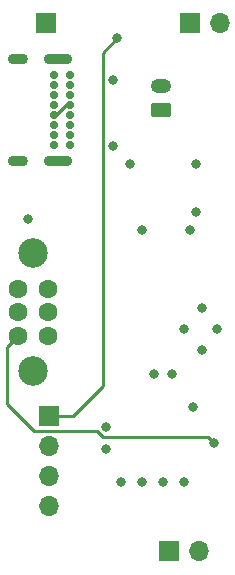
<source format=gbr>
%TF.GenerationSoftware,KiCad,Pcbnew,(6.0.7)*%
%TF.CreationDate,2022-10-01T16:55:56-07:00*%
%TF.ProjectId,dso150_mod,64736f31-3530-45f6-9d6f-642e6b696361,1.0*%
%TF.SameCoordinates,Original*%
%TF.FileFunction,Copper,L4,Bot*%
%TF.FilePolarity,Positive*%
%FSLAX46Y46*%
G04 Gerber Fmt 4.6, Leading zero omitted, Abs format (unit mm)*
G04 Created by KiCad (PCBNEW (6.0.7)) date 2022-10-01 16:55:56*
%MOMM*%
%LPD*%
G01*
G04 APERTURE LIST*
G04 Aperture macros list*
%AMRoundRect*
0 Rectangle with rounded corners*
0 $1 Rounding radius*
0 $2 $3 $4 $5 $6 $7 $8 $9 X,Y pos of 4 corners*
0 Add a 4 corners polygon primitive as box body*
4,1,4,$2,$3,$4,$5,$6,$7,$8,$9,$2,$3,0*
0 Add four circle primitives for the rounded corners*
1,1,$1+$1,$2,$3*
1,1,$1+$1,$4,$5*
1,1,$1+$1,$6,$7*
1,1,$1+$1,$8,$9*
0 Add four rect primitives between the rounded corners*
20,1,$1+$1,$2,$3,$4,$5,0*
20,1,$1+$1,$4,$5,$6,$7,0*
20,1,$1+$1,$6,$7,$8,$9,0*
20,1,$1+$1,$8,$9,$2,$3,0*%
G04 Aperture macros list end*
%TA.AperFunction,ComponentPad*%
%ADD10R,1.700000X1.700000*%
%TD*%
%TA.AperFunction,ComponentPad*%
%ADD11O,1.700000X1.700000*%
%TD*%
%TA.AperFunction,ComponentPad*%
%ADD12RoundRect,0.250000X0.625000X-0.350000X0.625000X0.350000X-0.625000X0.350000X-0.625000X-0.350000X0*%
%TD*%
%TA.AperFunction,ComponentPad*%
%ADD13O,1.750000X1.200000*%
%TD*%
%TA.AperFunction,ComponentPad*%
%ADD14C,2.500000*%
%TD*%
%TA.AperFunction,ComponentPad*%
%ADD15C,1.600000*%
%TD*%
%TA.AperFunction,ComponentPad*%
%ADD16C,0.700000*%
%TD*%
%TA.AperFunction,ComponentPad*%
%ADD17O,2.400000X0.900000*%
%TD*%
%TA.AperFunction,ComponentPad*%
%ADD18O,1.700000X0.900000*%
%TD*%
%TA.AperFunction,ViaPad*%
%ADD19C,0.800000*%
%TD*%
%TA.AperFunction,Conductor*%
%ADD20C,0.250000*%
%TD*%
G04 APERTURE END LIST*
D10*
%TO.P,J2,1,Pin_1*%
%TO.N,/D+*%
X155443000Y-75692000D03*
D11*
%TO.P,J2,2,Pin_2*%
%TO.N,/D-*%
X157983000Y-75692000D03*
%TD*%
D12*
%TO.P,J3,1,Pin_1*%
%TO.N,+BATT*%
X152998000Y-83042000D03*
D13*
%TO.P,J3,2,Pin_2*%
%TO.N,GND*%
X152998000Y-81042000D03*
%TD*%
D14*
%TO.P,SW1,*%
%TO.N,*%
X142113000Y-95171000D03*
X142113000Y-105171000D03*
D15*
%TO.P,SW1,1,A*%
%TO.N,Net-(SW1-Pad1)*%
X143383000Y-98171000D03*
%TO.P,SW1,2,B*%
%TO.N,+9V*%
X143383000Y-100171000D03*
%TO.P,SW1,3,C*%
%TO.N,unconnected-(SW1-Pad3)*%
X143383000Y-102171000D03*
%TO.P,SW1,4,A*%
%TO.N,unconnected-(SW1-Pad4)*%
X140883000Y-98171000D03*
%TO.P,SW1,5,B*%
%TO.N,GND*%
X140883000Y-100171000D03*
%TO.P,SW1,6,C*%
%TO.N,Net-(R8-Pad2)*%
X140883000Y-102171000D03*
%TD*%
D16*
%TO.P,J1,A1,GND*%
%TO.N,GND*%
X145249000Y-80083000D03*
%TO.P,J1,A4,VBUS*%
%TO.N,+5V*%
X145249000Y-80933000D03*
%TO.P,J1,A5,CC1*%
%TO.N,Net-(J1-PadA5)*%
X145249000Y-81783000D03*
%TO.P,J1,A6,D+*%
%TO.N,/D+*%
X145249000Y-82633000D03*
%TO.P,J1,A7,D-*%
%TO.N,/D-*%
X145249000Y-83483000D03*
%TO.P,J1,A8,SBU1*%
%TO.N,unconnected-(J1-PadA8)*%
X145249000Y-84333000D03*
%TO.P,J1,A9,VBUS*%
%TO.N,+5V*%
X145249000Y-85183000D03*
%TO.P,J1,A12,GND*%
%TO.N,GND*%
X145249000Y-86033000D03*
%TO.P,J1,B1,GND*%
X143899000Y-86033000D03*
%TO.P,J1,B4,VBUS*%
%TO.N,+5V*%
X143899000Y-85183000D03*
%TO.P,J1,B5,CC2*%
%TO.N,Net-(J1-PadB5)*%
X143899000Y-84333000D03*
%TO.P,J1,B6,D+*%
%TO.N,/D+*%
X143899000Y-83483000D03*
%TO.P,J1,B7,D-*%
%TO.N,/D-*%
X143899000Y-82633000D03*
%TO.P,J1,B8,SBU2*%
%TO.N,unconnected-(J1-PadB8)*%
X143899000Y-81783000D03*
%TO.P,J1,B9,VBUS*%
%TO.N,+5V*%
X143899000Y-80933000D03*
%TO.P,J1,B12,GND*%
%TO.N,GND*%
X143899000Y-80083000D03*
D17*
%TO.P,J1,S1,SHIELD*%
X144269000Y-87383000D03*
D18*
X140889000Y-78733000D03*
X140889000Y-87383000D03*
D17*
X144269000Y-78733000D03*
%TD*%
D10*
%TO.P,J6,1,Pin_1*%
%TO.N,unconnected-(J6-Pad1)*%
X143256000Y-75692000D03*
%TD*%
%TO.P,J4,1,Pin_1*%
%TO.N,Net-(SW1-Pad1)*%
X153670000Y-120396000D03*
D11*
%TO.P,J4,2,Pin_2*%
%TO.N,GND*%
X156210000Y-120396000D03*
%TD*%
D10*
%TO.P,J5,1,Pin_1*%
%TO.N,+3.3V*%
X143510000Y-108976000D03*
D11*
%TO.P,J5,2,Pin_2*%
%TO.N,GND*%
X143510000Y-111516000D03*
%TO.P,J5,3,Pin_3*%
%TO.N,unconnected-(J5-Pad3)*%
X143510000Y-114056000D03*
%TO.P,J5,4,Pin_4*%
%TO.N,unconnected-(J5-Pad4)*%
X143510000Y-116596000D03*
%TD*%
D19*
%TO.N,+5V*%
X141732000Y-92227500D03*
X155956000Y-87630000D03*
%TO.N,GND*%
X152400000Y-105410000D03*
X151384000Y-93218000D03*
X150368000Y-87630000D03*
X148336000Y-111760000D03*
X148907000Y-80518000D03*
X155956000Y-91694000D03*
X148907000Y-86106000D03*
X154940000Y-114554000D03*
%TO.N,+BATT*%
X155448000Y-93218000D03*
X154940000Y-101600000D03*
X157734000Y-101600000D03*
X156464000Y-99822000D03*
X153924000Y-105410000D03*
X156464000Y-103378000D03*
X155702000Y-108204000D03*
%TO.N,+9V*%
X149606000Y-114554000D03*
X153162000Y-114554000D03*
X148336000Y-109858000D03*
X151384000Y-114554000D03*
%TO.N,+3.3V*%
X149289000Y-76962000D03*
%TO.N,Net-(R8-Pad2)*%
X157480000Y-111252000D03*
%TD*%
D20*
%TO.N,+3.3V*%
X149289000Y-76962000D02*
X148082000Y-78169000D01*
X147828000Y-106680000D02*
X148082000Y-106426000D01*
X148082000Y-78169000D02*
X148082000Y-80518000D01*
X143510000Y-108976000D02*
X145532000Y-108976000D01*
X148082000Y-106426000D02*
X148082000Y-80518000D01*
X145532000Y-108976000D02*
X147828000Y-106680000D01*
%TO.N,/D+*%
X144101000Y-83483000D02*
X143899000Y-83483000D01*
X145249000Y-82633000D02*
X144951000Y-82633000D01*
X144951000Y-82633000D02*
X144101000Y-83483000D01*
%TO.N,Net-(R8-Pad2)*%
X139954000Y-107950000D02*
X142240000Y-110236000D01*
X148072695Y-110744000D02*
X156972000Y-110744000D01*
X156972000Y-110744000D02*
X157480000Y-111252000D01*
X139954000Y-103100000D02*
X139954000Y-107950000D01*
X142240000Y-110236000D02*
X147564695Y-110236000D01*
X147564695Y-110236000D02*
X148072695Y-110744000D01*
X140883000Y-102171000D02*
X139954000Y-103100000D01*
%TD*%
M02*

</source>
